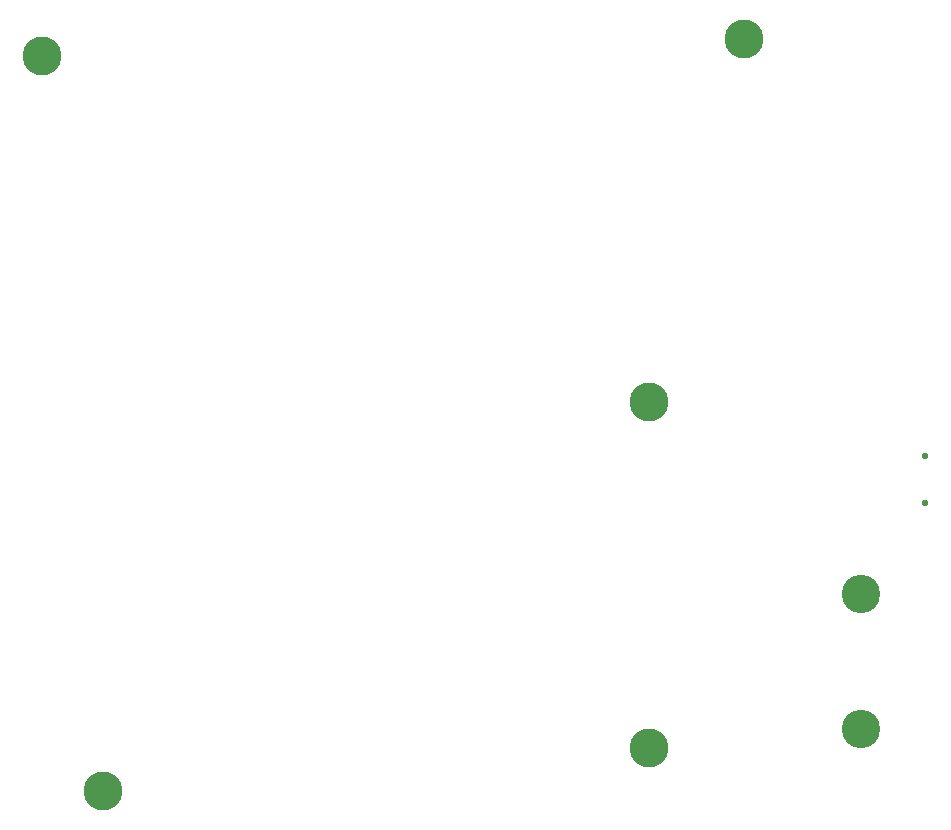
<source format=gbr>
%TF.GenerationSoftware,Altium Limited,Altium Designer,23.2.1 (34)*%
G04 Layer_Color=0*
%FSLAX45Y45*%
%MOMM*%
%TF.SameCoordinates,83BFC8FC-9030-44E2-93D2-7D6D4A75544F*%
%TF.FilePolarity,Positive*%
%TF.FileFunction,NonPlated,1,6,NPTH,Drill*%
%TF.Part,Single*%
G01*
G75*
%TA.AperFunction,ComponentDrill*%
%ADD146C,3.25000*%
%ADD147C,0.55000*%
%TA.AperFunction,OtherDrill,Pad Free-9 (188.544mm,109.296mm)*%
%ADD148C,3.30000*%
%TA.AperFunction,OtherDrill,Pad Free-9 (134.264mm,45.644mm)*%
%ADD149C,3.30000*%
%TA.AperFunction,OtherDrill,Pad Free-9 (180.467mm,78.588mm)*%
%ADD150C,3.30000*%
%TA.AperFunction,OtherDrill,Pad Free-9 (129.083mm,107.874mm)*%
%ADD151C,3.30000*%
%TA.AperFunction,OtherDrill,Pad Free-9 (180.467mm,49.249mm)*%
%ADD152C,3.30000*%
D146*
X19841998Y5083498D02*
D03*
Y6226498D02*
D03*
D147*
X20386600Y7002602D02*
D03*
Y7402603D02*
D03*
D148*
X18854420Y10929620D02*
D03*
D149*
X13426440Y4564380D02*
D03*
D150*
X18046700Y7858760D02*
D03*
D151*
X12908279Y10787380D02*
D03*
D152*
X18046700Y4924913D02*
D03*
%TF.MD5,caa08cd57759a76e0481da1a41fa5685*%
M02*

</source>
